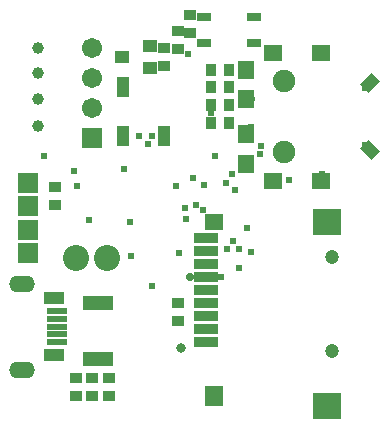
<source format=gbr>
%TF.GenerationSoftware,Altium Limited,Altium Designer,20.0.13 (296)*%
G04 Layer_Color=16711935*
%FSLAX25Y25*%
%MOIN*%
%TF.FileFunction,Soldermask,Bot*%
%TF.Part,Single*%
G01*
G75*
%TA.AperFunction,SMDPad,CuDef*%
%ADD75R,0.03950X0.06706*%
%ADD76R,0.04737X0.03162*%
%TA.AperFunction,ConnectorPad*%
%ADD77R,0.03950X0.03556*%
%TA.AperFunction,SMDPad,CuDef*%
%ADD78R,0.03950X0.03556*%
%ADD79R,0.03556X0.03950*%
%ADD80R,0.06706X0.06706*%
%ADD81C,0.08674*%
%TA.AperFunction,ConnectorPad*%
%ADD82R,0.05918X0.05524*%
%ADD83R,0.05524X0.05918*%
G04:AMPARAMS|DCode=84|XSize=41.47mil|YSize=55.24mil|CornerRadius=0mil|HoleSize=0mil|Usage=FLASHONLY|Rotation=45.000|XOffset=0mil|YOffset=0mil|HoleType=Round|Shape=Rectangle|*
%AMROTATEDRECTD84*
4,1,4,0.00487,-0.03419,-0.03419,0.00487,-0.00487,0.03419,0.03419,-0.00487,0.00487,-0.03419,0.0*
%
%ADD84ROTATEDRECTD84*%

G04:AMPARAMS|DCode=85|XSize=41.47mil|YSize=55.24mil|CornerRadius=0mil|HoleSize=0mil|Usage=FLASHONLY|Rotation=315.000|XOffset=0mil|YOffset=0mil|HoleType=Round|Shape=Rectangle|*
%AMROTATEDRECTD85*
4,1,4,-0.03419,-0.00487,0.00487,0.03419,0.03419,0.00487,-0.00487,-0.03419,-0.03419,-0.00487,0.0*
%
%ADD85ROTATEDRECTD85*%

%TA.AperFunction,SMDPad,CuDef*%
%ADD86R,0.04540X0.04343*%
%ADD87R,0.04540X0.04343*%
%ADD88R,0.07887X0.03556*%
%ADD89R,0.06312X0.05524*%
%ADD90R,0.09461X0.08800*%
%ADD91R,0.06312X0.07099*%
%TA.AperFunction,ConnectorPad*%
%ADD92R,0.06706X0.02375*%
%TA.AperFunction,SMDPad,CuDef*%
%ADD93R,0.02060X0.04737*%
%TA.AperFunction,ViaPad*%
%ADD94C,0.03162*%
%TA.AperFunction,ComponentPad*%
%ADD95R,0.06706X0.06706*%
%ADD96C,0.06706*%
%ADD97C,0.04737*%
%ADD98R,0.06706X0.03950*%
%ADD99O,0.08674X0.05524*%
%TA.AperFunction,ViaPad*%
%ADD100C,0.02769*%
%ADD101C,0.02375*%
%ADD102C,0.03950*%
%ADD103C,0.07493*%
D75*
X52390Y101626D02*
D03*
X38600Y117800D02*
D03*
X38610Y101626D02*
D03*
D76*
X82268Y132669D02*
D03*
Y141331D02*
D03*
X65732Y132669D02*
D03*
Y141331D02*
D03*
D77*
X57000Y136453D02*
D03*
Y130547D02*
D03*
D78*
X61000Y141953D02*
D03*
Y136047D02*
D03*
X52500Y125047D02*
D03*
Y130953D02*
D03*
X57000Y40047D02*
D03*
Y45953D02*
D03*
X34000Y20953D02*
D03*
Y15047D02*
D03*
X28500Y20953D02*
D03*
Y15047D02*
D03*
X23000D02*
D03*
Y20953D02*
D03*
X16000Y84453D02*
D03*
Y78547D02*
D03*
D79*
X73953Y112000D02*
D03*
X68047D02*
D03*
Y123500D02*
D03*
X73953D02*
D03*
X68047Y118000D02*
D03*
X73953D02*
D03*
X68047Y106000D02*
D03*
X73953D02*
D03*
D80*
X7071Y62472D02*
D03*
Y70346D02*
D03*
Y78220D02*
D03*
Y86094D02*
D03*
D81*
X23000Y61000D02*
D03*
X33500D02*
D03*
D82*
X104882Y86740D02*
D03*
X88740D02*
D03*
Y129260D02*
D03*
X104882D02*
D03*
D83*
X79685Y92252D02*
D03*
Y102193D02*
D03*
Y113807D02*
D03*
Y123748D02*
D03*
D84*
X121135Y96865D02*
D03*
D85*
Y119135D02*
D03*
D86*
X47626Y131740D02*
D03*
X38374Y128000D02*
D03*
D87*
X47626Y124260D02*
D03*
D88*
X66500Y54654D02*
D03*
Y67646D02*
D03*
Y63315D02*
D03*
Y58984D02*
D03*
Y50323D02*
D03*
Y45992D02*
D03*
Y41661D02*
D03*
Y37331D02*
D03*
Y33000D02*
D03*
D89*
X68968Y72764D02*
D03*
D90*
X106764Y72764D02*
D03*
Y11740D02*
D03*
D91*
X68968Y14890D02*
D03*
D92*
X16590Y43118D02*
D03*
X16591Y40559D02*
D03*
Y38000D02*
D03*
Y35441D02*
D03*
Y32882D02*
D03*
D93*
X26500Y46000D02*
D03*
X28468D02*
D03*
X30437D02*
D03*
X32405D02*
D03*
X34374D02*
D03*
Y27102D02*
D03*
X32405D02*
D03*
X30437D02*
D03*
X28468D02*
D03*
X26500D02*
D03*
D94*
X38500Y101000D02*
D03*
X58000Y31000D02*
D03*
X108500Y12500D02*
D03*
X106453Y10500D02*
D03*
D95*
X28500Y101000D02*
D03*
D96*
Y111000D02*
D03*
Y121000D02*
D03*
Y131000D02*
D03*
D97*
X108339Y61347D02*
D03*
Y29850D02*
D03*
D98*
X15606Y28453D02*
D03*
Y47547D02*
D03*
D99*
X5173Y23728D02*
D03*
Y52272D02*
D03*
D100*
X81500Y114000D02*
D03*
X33500Y61000D02*
D03*
X61000Y54500D02*
D03*
D101*
X81500Y104500D02*
D03*
X105000Y89000D02*
D03*
X119500Y98500D02*
D03*
Y117500D02*
D03*
X105000Y128000D02*
D03*
X48500Y101500D02*
D03*
X71500Y54500D02*
D03*
X77500Y64000D02*
D03*
X68187Y109273D02*
D03*
X67500Y106500D02*
D03*
X69500Y95000D02*
D03*
X47000Y99000D02*
D03*
X67000Y73500D02*
D03*
X94000Y87000D02*
D03*
X84372Y95500D02*
D03*
X84824Y98176D02*
D03*
X56500Y85000D02*
D03*
X65807Y85307D02*
D03*
X62000Y87500D02*
D03*
X73000Y86000D02*
D03*
X44000Y101500D02*
D03*
X76122Y83500D02*
D03*
X63000Y78500D02*
D03*
X59500Y77500D02*
D03*
X59901Y73901D02*
D03*
X41500Y61500D02*
D03*
X65500Y77000D02*
D03*
X41000Y73000D02*
D03*
X75000Y89000D02*
D03*
X60500Y129000D02*
D03*
X39144Y90644D02*
D03*
X48421Y51521D02*
D03*
X57500Y62500D02*
D03*
X81500Y63000D02*
D03*
X80000Y71000D02*
D03*
X73500Y63973D02*
D03*
X65000Y59000D02*
D03*
X75500Y66500D02*
D03*
X77344Y57500D02*
D03*
X27500Y73500D02*
D03*
X22500Y90000D02*
D03*
X12500Y95000D02*
D03*
X23500Y85000D02*
D03*
D102*
X10500Y105000D02*
D03*
Y114000D02*
D03*
Y122500D02*
D03*
Y131000D02*
D03*
D103*
X92283Y96189D02*
D03*
Y119811D02*
D03*
%TF.MD5,91996767ab1d8c3aab3f40f30507da96*%
M02*

</source>
